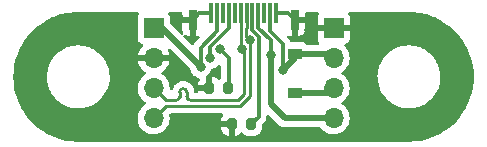
<source format=gbr>
%TF.GenerationSoftware,KiCad,Pcbnew,(6.0.0)*%
%TF.CreationDate,2022-09-18T22:54:42-04:00*%
%TF.ProjectId,SergioPico_USB,53657267-696f-4506-9963-6f5f5553422e,1*%
%TF.SameCoordinates,Original*%
%TF.FileFunction,Copper,L1,Top*%
%TF.FilePolarity,Positive*%
%FSLAX46Y46*%
G04 Gerber Fmt 4.6, Leading zero omitted, Abs format (unit mm)*
G04 Created by KiCad (PCBNEW (6.0.0)) date 2022-09-18 22:54:42*
%MOMM*%
%LPD*%
G01*
G04 APERTURE LIST*
G04 Aperture macros list*
%AMRoundRect*
0 Rectangle with rounded corners*
0 $1 Rounding radius*
0 $2 $3 $4 $5 $6 $7 $8 $9 X,Y pos of 4 corners*
0 Add a 4 corners polygon primitive as box body*
4,1,4,$2,$3,$4,$5,$6,$7,$8,$9,$2,$3,0*
0 Add four circle primitives for the rounded corners*
1,1,$1+$1,$2,$3*
1,1,$1+$1,$4,$5*
1,1,$1+$1,$6,$7*
1,1,$1+$1,$8,$9*
0 Add four rect primitives between the rounded corners*
20,1,$1+$1,$2,$3,$4,$5,0*
20,1,$1+$1,$4,$5,$6,$7,0*
20,1,$1+$1,$6,$7,$8,$9,0*
20,1,$1+$1,$8,$9,$2,$3,0*%
G04 Aperture macros list end*
%TA.AperFunction,SMDPad,CuDef*%
%ADD10RoundRect,0.200000X-0.200000X-0.275000X0.200000X-0.275000X0.200000X0.275000X-0.200000X0.275000X0*%
%TD*%
%TA.AperFunction,ComponentPad*%
%ADD11R,1.700000X1.700000*%
%TD*%
%TA.AperFunction,ComponentPad*%
%ADD12O,1.700000X1.700000*%
%TD*%
%TA.AperFunction,SMDPad,CuDef*%
%ADD13R,0.300000X1.700000*%
%TD*%
%TA.AperFunction,SMDPad,CuDef*%
%ADD14R,0.700000X1.700000*%
%TD*%
%TA.AperFunction,SMDPad,CuDef*%
%ADD15R,1.200000X0.900000*%
%TD*%
%TA.AperFunction,SMDPad,CuDef*%
%ADD16RoundRect,0.200000X0.200000X0.275000X-0.200000X0.275000X-0.200000X-0.275000X0.200000X-0.275000X0*%
%TD*%
%TA.AperFunction,ViaPad*%
%ADD17C,0.800000*%
%TD*%
%TA.AperFunction,Conductor*%
%ADD18C,0.500000*%
%TD*%
%TA.AperFunction,Conductor*%
%ADD19C,0.300000*%
%TD*%
%TA.AperFunction,Conductor*%
%ADD20C,0.261112*%
%TD*%
G04 APERTURE END LIST*
D10*
%TO.P,R2,1*%
%TO.N,GND*%
X124056902Y-113026162D03*
%TO.P,R2,2*%
%TO.N,Net-(J1-PadB5)*%
X125706902Y-113026162D03*
%TD*%
D11*
%TO.P,J3,1,Pin_1*%
%TO.N,GND*%
X134620000Y-107950000D03*
D12*
%TO.P,J3,2,Pin_2*%
%TO.N,+3V3*%
X134620000Y-110490000D03*
%TO.P,J3,3,Pin_3*%
%TO.N,VSYS*%
X134620000Y-113030000D03*
%TO.P,J3,4,Pin_4*%
%TO.N,VBUS*%
X134620000Y-115570000D03*
%TD*%
D13*
%TO.P,J1,A1,GND*%
%TO.N,GND*%
X129750000Y-106680000D03*
%TO.P,J1,A2,TX1+*%
%TO.N,+3V3*%
X129250000Y-106680000D03*
%TO.P,J1,A3,TX1-*%
%TO.N,unconnected-(J1-PadA3)*%
X128750000Y-106680000D03*
%TO.P,J1,A4,VBUS*%
%TO.N,VBUS*%
X128250000Y-106680000D03*
%TO.P,J1,A5,CC1*%
%TO.N,Net-(J1-PadA5)*%
X127750000Y-106680000D03*
%TO.P,J1,A6,D+*%
%TO.N,D+*%
X127250000Y-106680000D03*
%TO.P,J1,A7,D-*%
%TO.N,D-*%
X126750000Y-106680000D03*
%TO.P,J1,A8,SBU1*%
%TO.N,unconnected-(J1-PadA8)*%
X126250000Y-106680000D03*
%TO.P,J1,A9,VBUS*%
%TO.N,VBUS*%
X125750000Y-106680000D03*
%TO.P,J1,A10,RX2-*%
%TO.N,unconnected-(J1-PadA10)*%
X125250000Y-106680000D03*
%TO.P,J1,A11,RX2+*%
%TO.N,DATA*%
X124750000Y-106680000D03*
%TO.P,J1,A12,GND*%
%TO.N,GND*%
X124250000Y-106680000D03*
D14*
%TO.P,J1,S1,SHIELD*%
X122680000Y-107230000D03*
X131320000Y-107230000D03*
%TD*%
D15*
%TO.P,D1,1,K*%
%TO.N,VSYS*%
X131318000Y-113410000D03*
%TO.P,D1,2,A*%
%TO.N,+3V3*%
X131318000Y-110110000D03*
%TD*%
D16*
%TO.P,R1,1*%
%TO.N,Net-(J1-PadA5)*%
X127650000Y-116080000D03*
%TO.P,R1,2*%
%TO.N,GND*%
X126000000Y-116080000D03*
%TD*%
D11*
%TO.P,J2,1,Pin_1*%
%TO.N,DATA*%
X119380000Y-107950000D03*
D12*
%TO.P,J2,2,Pin_2*%
%TO.N,GND*%
X119380000Y-110490000D03*
%TO.P,J2,3,Pin_3*%
%TO.N,D-*%
X119380000Y-113030000D03*
%TO.P,J2,4,Pin_4*%
%TO.N,D+*%
X119380000Y-115570000D03*
%TD*%
D17*
%TO.N,+3V3*%
X130302000Y-111506000D03*
%TO.N,GND*%
X121500000Y-107080000D03*
X115000000Y-117080000D03*
X132500000Y-107080000D03*
X139000000Y-117080000D03*
X138000000Y-117080000D03*
X132500000Y-108080000D03*
X138000000Y-108080000D03*
X116000000Y-108080000D03*
X116000000Y-117080000D03*
X116000000Y-107080000D03*
X138000000Y-107080000D03*
%TO.N,VBUS*%
X129286000Y-110236000D03*
X124141999Y-110502500D03*
%TO.N,D+*%
X127508000Y-108966000D03*
%TO.N,D-*%
X126833014Y-109703156D03*
%TO.N,DATA*%
X123352593Y-111252011D03*
%TO.N,Net-(J1-PadB5)*%
X125000000Y-109740500D03*
%TD*%
D18*
%TO.N,VSYS*%
X134240000Y-113410000D02*
X134620000Y-113030000D01*
X131318000Y-113410000D02*
X134240000Y-113410000D01*
%TO.N,+3V3*%
X131318000Y-110110000D02*
X134240000Y-110110000D01*
D19*
X130302000Y-109287174D02*
X130302000Y-111506000D01*
X129250000Y-106680000D02*
X129250000Y-108235174D01*
D18*
X134240000Y-110110000D02*
X134620000Y-110490000D01*
X131318000Y-110110000D02*
X131318000Y-110490000D01*
X131318000Y-110490000D02*
X130302000Y-111506000D01*
D19*
X129250000Y-108235174D02*
X130302000Y-109287174D01*
%TO.N,GND*%
X123230000Y-106680000D02*
X122680000Y-107230000D01*
X129750000Y-106680000D02*
X130770000Y-106680000D01*
X130770000Y-106680000D02*
X131320000Y-107230000D01*
X124250000Y-106680000D02*
X123230000Y-106680000D01*
D18*
%TO.N,VBUS*%
X130490000Y-115570000D02*
X129286000Y-114366000D01*
D19*
X129286000Y-110236000D02*
X129286000Y-108977602D01*
X128250000Y-107941602D02*
X128250000Y-106680000D01*
X124141999Y-110502500D02*
X124141999Y-109538001D01*
X129286000Y-108977602D02*
X128250000Y-107941602D01*
D18*
X129286000Y-114366000D02*
X129286000Y-110236000D01*
D19*
X124141999Y-109538001D02*
X125750000Y-107930000D01*
D18*
X134620000Y-115570000D02*
X130490000Y-115570000D01*
D19*
X125750000Y-107930000D02*
X125750000Y-106680000D01*
%TO.N,Net-(J1-PadA5)*%
X127750000Y-106680000D02*
X127750000Y-108148030D01*
X127750000Y-108148030D02*
X128270000Y-108668030D01*
X128270000Y-115460000D02*
X127650000Y-116080000D01*
X128270000Y-108668030D02*
X128270000Y-115460000D01*
D20*
%TO.N,D+*%
X127563081Y-109400751D02*
X127563081Y-110005561D01*
X127508000Y-110060642D02*
X127508000Y-113709780D01*
X127508000Y-108966000D02*
X127508000Y-109345670D01*
X127563081Y-110005561D02*
X127508000Y-110060642D01*
X126685623Y-114532157D02*
X120417843Y-114532157D01*
X127232156Y-107972845D02*
X127232156Y-108690156D01*
X127250000Y-107955001D02*
X127232156Y-107972845D01*
X127508000Y-113709780D02*
X126685623Y-114532157D01*
X120417843Y-114532157D02*
X119380000Y-115570000D01*
X127232156Y-108690156D02*
X127508000Y-108966000D01*
X127250000Y-106680000D02*
X127250000Y-107955001D01*
X127508000Y-109345670D02*
X127563081Y-109400751D01*
%TO.N,D-*%
X127043688Y-109913830D02*
X126833014Y-109703156D01*
X126767844Y-107972845D02*
X126767844Y-109637986D01*
X123724652Y-114067843D02*
X126493297Y-114067843D01*
X121587843Y-113767843D02*
X121587843Y-113377908D01*
X119380000Y-113030000D02*
X120417843Y-114067843D01*
X127043688Y-113517452D02*
X127043688Y-109913830D01*
X120417843Y-114067843D02*
X121287843Y-114067843D01*
X126767844Y-109637986D02*
X126833014Y-109703156D01*
X122487843Y-114067843D02*
X123724652Y-114067843D01*
X126750000Y-106680000D02*
X126750000Y-107955001D01*
X126493297Y-114067843D02*
X127043688Y-113517452D01*
X122187843Y-113377908D02*
X122187843Y-113767843D01*
X126750000Y-107955001D02*
X126767844Y-107972845D01*
X119380000Y-113188060D02*
X119380000Y-113030000D01*
X121587843Y-113767843D02*
G75*
G02*
X121287843Y-114067843I-300000J0D01*
G01*
X122187843Y-113377908D02*
G75*
G03*
X121887843Y-113077908I-300000J0D01*
G01*
X121887843Y-113077908D02*
G75*
G03*
X121587843Y-113377908I0J-300000D01*
G01*
X122487843Y-114067843D02*
G75*
G02*
X122187843Y-113767843I0J300000D01*
G01*
D18*
%TO.N,DATA*%
X123352593Y-111252011D02*
X123352593Y-111221169D01*
X120081424Y-107950000D02*
X119380000Y-107950000D01*
D19*
X123352593Y-111252011D02*
X123352593Y-109620979D01*
X124750000Y-108223572D02*
X124750000Y-106680000D01*
D18*
X123352593Y-111221169D02*
X120081424Y-107950000D01*
D19*
X123352593Y-109620979D02*
X124750000Y-108223572D01*
%TO.N,Net-(J1-PadB5)*%
X125730000Y-110470500D02*
X125730000Y-113030000D01*
X125000000Y-109740500D02*
X125730000Y-110470500D01*
%TD*%
%TA.AperFunction,Conductor*%
%TO.N,GND*%
G36*
X118094443Y-106608002D02*
G01*
X118140936Y-106661658D01*
X118151040Y-106731932D01*
X118127148Y-106789565D01*
X118079385Y-106853295D01*
X118028255Y-106989684D01*
X118021500Y-107051866D01*
X118021500Y-108848134D01*
X118028255Y-108910316D01*
X118079385Y-109046705D01*
X118166739Y-109163261D01*
X118283295Y-109250615D01*
X118291704Y-109253767D01*
X118291705Y-109253768D01*
X118400960Y-109294726D01*
X118457725Y-109337367D01*
X118482425Y-109403929D01*
X118467218Y-109473278D01*
X118447825Y-109499759D01*
X118324590Y-109628717D01*
X118318104Y-109636727D01*
X118198098Y-109812649D01*
X118193000Y-109821623D01*
X118103338Y-110014783D01*
X118099775Y-110024470D01*
X118044389Y-110224183D01*
X118045912Y-110232607D01*
X118058292Y-110236000D01*
X120698344Y-110236000D01*
X120711875Y-110232027D01*
X120713180Y-110222947D01*
X120671214Y-110055875D01*
X120667894Y-110046124D01*
X120596355Y-109881594D01*
X120587535Y-109811148D01*
X120618202Y-109747116D01*
X120678619Y-109709828D01*
X120749603Y-109711124D01*
X120801000Y-109742257D01*
X122422611Y-111363868D01*
X122456637Y-111426180D01*
X122457347Y-111430602D01*
X122458361Y-111435371D01*
X122459051Y-111441939D01*
X122518066Y-111623567D01*
X122521369Y-111629289D01*
X122521370Y-111629290D01*
X122538267Y-111658556D01*
X122613553Y-111788955D01*
X122617971Y-111793862D01*
X122617972Y-111793863D01*
X122706426Y-111892101D01*
X122741340Y-111930877D01*
X122840436Y-112002875D01*
X122882609Y-112033515D01*
X122895841Y-112043129D01*
X122901869Y-112045813D01*
X122901871Y-112045814D01*
X123050551Y-112112010D01*
X123070305Y-112120805D01*
X123177505Y-112143591D01*
X123198632Y-112148082D01*
X123261106Y-112181811D01*
X123295427Y-112243960D01*
X123290699Y-112314799D01*
X123280211Y-112336600D01*
X123210825Y-112451170D01*
X123204617Y-112464919D01*
X123157646Y-112614806D01*
X123155033Y-112627856D01*
X123149168Y-112691683D01*
X123148902Y-112697471D01*
X123148902Y-112754047D01*
X123153377Y-112769286D01*
X123154767Y-112770491D01*
X123162450Y-112772162D01*
X123784787Y-112772162D01*
X123800026Y-112767687D01*
X123801231Y-112766297D01*
X123802902Y-112758614D01*
X123802902Y-112112010D01*
X123822904Y-112043889D01*
X123854841Y-112010074D01*
X123958502Y-111934760D01*
X123958504Y-111934758D01*
X123963846Y-111930877D01*
X123998760Y-111892101D01*
X124087214Y-111793863D01*
X124087215Y-111793862D01*
X124091633Y-111788955D01*
X124166919Y-111658556D01*
X124183816Y-111629290D01*
X124183817Y-111629289D01*
X124187120Y-111623567D01*
X124235095Y-111475916D01*
X124275169Y-111417310D01*
X124328729Y-111391606D01*
X124424287Y-111371294D01*
X124430318Y-111368609D01*
X124592721Y-111296303D01*
X124592723Y-111296302D01*
X124598751Y-111293618D01*
X124753252Y-111181366D01*
X124762633Y-111170948D01*
X124818596Y-111108794D01*
X124851864Y-111071846D01*
X124912310Y-111034606D01*
X124983293Y-111035958D01*
X125042278Y-111075471D01*
X125070536Y-111140602D01*
X125071500Y-111156156D01*
X125071500Y-112132354D01*
X125051498Y-112200475D01*
X125034595Y-112221449D01*
X124970643Y-112285401D01*
X124908331Y-112319427D01*
X124837516Y-112314362D01*
X124792453Y-112285401D01*
X124702345Y-112195293D01*
X124690476Y-112185986D01*
X124556890Y-112105083D01*
X124543145Y-112098877D01*
X124393258Y-112051906D01*
X124380208Y-112049293D01*
X124325316Y-112044249D01*
X124313778Y-112047637D01*
X124312573Y-112049027D01*
X124310902Y-112056710D01*
X124310902Y-113154162D01*
X124290900Y-113222283D01*
X124237244Y-113268776D01*
X124184902Y-113280162D01*
X123167018Y-113280162D01*
X123151779Y-113284637D01*
X123150574Y-113286027D01*
X123148903Y-113293710D01*
X123148903Y-113302787D01*
X123128901Y-113370908D01*
X123075245Y-113417401D01*
X123022903Y-113428787D01*
X122950396Y-113428787D01*
X122882275Y-113408785D01*
X122835782Y-113355129D01*
X122824876Y-113313769D01*
X122816646Y-113219712D01*
X122816645Y-113219706D01*
X122816165Y-113214220D01*
X122783749Y-113093240D01*
X122775061Y-113060815D01*
X122775060Y-113060813D01*
X122773638Y-113055505D01*
X122771315Y-113050523D01*
X122706522Y-112911574D01*
X122706519Y-112911569D01*
X122704196Y-112906587D01*
X122631203Y-112802342D01*
X122613108Y-112776500D01*
X122613106Y-112776497D01*
X122609949Y-112771989D01*
X122493762Y-112655802D01*
X122487619Y-112651500D01*
X122428735Y-112610269D01*
X122359165Y-112561555D01*
X122354183Y-112559232D01*
X122354178Y-112559229D01*
X122215228Y-112494436D01*
X122215227Y-112494435D01*
X122210246Y-112492113D01*
X122204938Y-112490691D01*
X122204936Y-112490690D01*
X122056846Y-112451010D01*
X122056845Y-112451010D01*
X122051531Y-112449586D01*
X122046045Y-112449106D01*
X122046039Y-112449105D01*
X121943841Y-112440163D01*
X121937070Y-112439386D01*
X121905409Y-112434880D01*
X121905405Y-112434880D01*
X121901325Y-112434299D01*
X121894779Y-112434231D01*
X121891969Y-112434201D01*
X121891967Y-112434201D01*
X121887843Y-112434158D01*
X121883749Y-112434653D01*
X121883738Y-112434654D01*
X121856897Y-112437902D01*
X121852753Y-112438335D01*
X121724155Y-112449586D01*
X121718841Y-112451010D01*
X121718840Y-112451010D01*
X121570750Y-112490690D01*
X121570748Y-112490691D01*
X121565440Y-112492113D01*
X121560460Y-112494435D01*
X121560458Y-112494436D01*
X121421509Y-112559229D01*
X121421504Y-112559232D01*
X121416522Y-112561555D01*
X121347917Y-112609593D01*
X121288068Y-112651500D01*
X121281924Y-112655802D01*
X121165737Y-112771989D01*
X121162580Y-112776497D01*
X121162578Y-112776500D01*
X121144483Y-112802342D01*
X121071490Y-112906587D01*
X121069167Y-112911569D01*
X121069164Y-112911574D01*
X121004371Y-113050523D01*
X121002048Y-113055505D01*
X121000627Y-113060810D01*
X121000624Y-113060817D01*
X120989973Y-113100570D01*
X120953022Y-113161193D01*
X120889162Y-113192215D01*
X120818667Y-113183787D01*
X120763920Y-113138585D01*
X120742304Y-113064883D01*
X120743074Y-113033366D01*
X120743074Y-113033361D01*
X120743156Y-113030000D01*
X120724852Y-112807361D01*
X120670431Y-112590702D01*
X120581354Y-112385840D01*
X120538389Y-112319427D01*
X120462822Y-112202617D01*
X120462820Y-112202614D01*
X120460014Y-112198277D01*
X120309670Y-112033051D01*
X120305619Y-112029852D01*
X120305615Y-112029848D01*
X120138414Y-111897800D01*
X120138410Y-111897798D01*
X120134359Y-111894598D01*
X120092569Y-111871529D01*
X120042598Y-111821097D01*
X120027826Y-111751654D01*
X120052942Y-111685248D01*
X120080294Y-111658641D01*
X120255328Y-111533792D01*
X120263200Y-111527139D01*
X120414052Y-111376812D01*
X120420730Y-111368965D01*
X120545003Y-111196020D01*
X120550313Y-111187183D01*
X120644670Y-110996267D01*
X120648469Y-110986672D01*
X120710377Y-110782910D01*
X120712555Y-110772837D01*
X120713986Y-110761962D01*
X120711775Y-110747778D01*
X120698617Y-110744000D01*
X118063225Y-110744000D01*
X118049694Y-110747973D01*
X118048257Y-110757966D01*
X118078565Y-110892446D01*
X118081645Y-110902275D01*
X118161770Y-111099603D01*
X118166413Y-111108794D01*
X118277694Y-111290388D01*
X118283777Y-111298699D01*
X118423213Y-111459667D01*
X118430580Y-111466883D01*
X118594434Y-111602916D01*
X118602881Y-111608831D01*
X118671969Y-111649203D01*
X118720693Y-111700842D01*
X118733764Y-111770625D01*
X118707033Y-111836396D01*
X118666584Y-111869752D01*
X118653607Y-111876507D01*
X118649474Y-111879610D01*
X118649471Y-111879612D01*
X118576021Y-111934760D01*
X118474965Y-112010635D01*
X118430935Y-112056710D01*
X118358648Y-112132354D01*
X118320629Y-112172138D01*
X118317715Y-112176410D01*
X118317714Y-112176411D01*
X118280653Y-112230740D01*
X118194743Y-112356680D01*
X118179003Y-112390590D01*
X118115071Y-112528320D01*
X118100688Y-112559305D01*
X118040989Y-112774570D01*
X118017251Y-112996695D01*
X118017548Y-113001848D01*
X118017548Y-113001851D01*
X118023011Y-113096590D01*
X118030110Y-113219715D01*
X118031247Y-113224761D01*
X118031248Y-113224767D01*
X118044741Y-113284637D01*
X118079222Y-113437639D01*
X118163266Y-113644616D01*
X118165965Y-113649020D01*
X118276986Y-113830190D01*
X118279987Y-113835088D01*
X118426250Y-114003938D01*
X118598126Y-114146632D01*
X118635549Y-114168500D01*
X118671445Y-114189476D01*
X118720169Y-114241114D01*
X118733240Y-114310897D01*
X118706509Y-114376669D01*
X118666055Y-114410027D01*
X118653607Y-114416507D01*
X118649474Y-114419610D01*
X118649471Y-114419612D01*
X118479100Y-114547530D01*
X118474965Y-114550635D01*
X118459670Y-114566640D01*
X118367326Y-114663273D01*
X118320629Y-114712138D01*
X118317720Y-114716403D01*
X118317714Y-114716411D01*
X118278024Y-114774595D01*
X118194743Y-114896680D01*
X118179003Y-114930590D01*
X118107275Y-115085115D01*
X118100688Y-115099305D01*
X118040989Y-115314570D01*
X118017251Y-115536695D01*
X118017548Y-115541848D01*
X118017548Y-115541851D01*
X118025222Y-115674938D01*
X118030110Y-115759715D01*
X118031247Y-115764761D01*
X118031248Y-115764767D01*
X118045048Y-115826000D01*
X118079222Y-115977639D01*
X118163266Y-116184616D01*
X118179693Y-116211423D01*
X118263111Y-116347548D01*
X118279987Y-116375088D01*
X118426250Y-116543938D01*
X118598126Y-116686632D01*
X118791000Y-116799338D01*
X118999692Y-116879030D01*
X119004760Y-116880061D01*
X119004763Y-116880062D01*
X119112017Y-116901883D01*
X119218597Y-116923567D01*
X119223772Y-116923757D01*
X119223774Y-116923757D01*
X119436673Y-116931564D01*
X119436677Y-116931564D01*
X119441837Y-116931753D01*
X119446957Y-116931097D01*
X119446959Y-116931097D01*
X119658288Y-116904025D01*
X119658289Y-116904025D01*
X119663416Y-116903368D01*
X119668366Y-116901883D01*
X119872429Y-116840661D01*
X119872434Y-116840659D01*
X119877384Y-116839174D01*
X120077994Y-116740896D01*
X120259860Y-116611173D01*
X120418096Y-116453489D01*
X120450254Y-116408737D01*
X120450277Y-116408705D01*
X125092001Y-116408705D01*
X125092264Y-116414454D01*
X125098132Y-116478315D01*
X125100743Y-116491351D01*
X125147715Y-116641243D01*
X125153921Y-116654988D01*
X125234824Y-116788574D01*
X125244131Y-116800443D01*
X125354557Y-116910869D01*
X125366426Y-116920176D01*
X125500012Y-117001079D01*
X125513757Y-117007285D01*
X125663644Y-117054256D01*
X125676694Y-117056869D01*
X125731586Y-117061913D01*
X125743124Y-117058525D01*
X125744329Y-117057135D01*
X125746000Y-117049452D01*
X125746000Y-116352115D01*
X125741525Y-116336876D01*
X125740135Y-116335671D01*
X125732452Y-116334000D01*
X125110116Y-116334000D01*
X125094877Y-116338475D01*
X125093672Y-116339865D01*
X125092001Y-116347548D01*
X125092001Y-116408705D01*
X120450277Y-116408705D01*
X120545435Y-116276277D01*
X120548453Y-116272077D01*
X120558099Y-116252561D01*
X120645136Y-116076453D01*
X120645137Y-116076451D01*
X120647430Y-116071811D01*
X120679900Y-115964940D01*
X120710865Y-115863023D01*
X120710865Y-115863021D01*
X120712370Y-115858069D01*
X120741529Y-115636590D01*
X120743156Y-115570000D01*
X120724852Y-115347361D01*
X120723593Y-115342347D01*
X120719966Y-115327907D01*
X120722771Y-115256966D01*
X120763484Y-115198803D01*
X120829180Y-115171884D01*
X120842170Y-115171213D01*
X125132899Y-115171213D01*
X125201020Y-115191215D01*
X125247513Y-115244871D01*
X125257617Y-115315145D01*
X125236837Y-115363767D01*
X125238758Y-115364930D01*
X125153921Y-115505012D01*
X125147715Y-115518757D01*
X125100744Y-115668644D01*
X125098131Y-115681694D01*
X125092266Y-115745521D01*
X125092000Y-115751309D01*
X125092000Y-115807885D01*
X125096475Y-115823124D01*
X125097865Y-115824329D01*
X125105548Y-115826000D01*
X126128000Y-115826000D01*
X126196121Y-115846002D01*
X126242614Y-115899658D01*
X126254000Y-115952000D01*
X126254000Y-117044884D01*
X126258475Y-117060123D01*
X126259865Y-117061328D01*
X126264294Y-117062291D01*
X126323315Y-117056868D01*
X126336351Y-117054257D01*
X126486243Y-117007285D01*
X126499988Y-117001079D01*
X126633574Y-116920176D01*
X126645443Y-116910869D01*
X126735551Y-116820761D01*
X126797863Y-116786735D01*
X126868678Y-116791800D01*
X126913741Y-116820761D01*
X127009619Y-116916639D01*
X127156301Y-117005472D01*
X127163548Y-117007743D01*
X127163550Y-117007744D01*
X127229836Y-117028517D01*
X127319938Y-117056753D01*
X127393365Y-117063500D01*
X127396263Y-117063500D01*
X127650665Y-117063499D01*
X127906634Y-117063499D01*
X127909492Y-117063236D01*
X127909501Y-117063236D01*
X127945004Y-117059974D01*
X127980062Y-117056753D01*
X127988030Y-117054256D01*
X128136450Y-117007744D01*
X128136452Y-117007743D01*
X128143699Y-117005472D01*
X128290381Y-116916639D01*
X128411639Y-116795381D01*
X128500472Y-116648699D01*
X128511293Y-116614171D01*
X128549752Y-116491446D01*
X128551753Y-116485062D01*
X128558500Y-116411635D01*
X128558500Y-116154951D01*
X128578502Y-116086830D01*
X128595404Y-116065856D01*
X128677605Y-115983654D01*
X128686385Y-115975664D01*
X128693080Y-115971416D01*
X128741620Y-115919726D01*
X128744374Y-115916885D01*
X128764926Y-115896333D01*
X128767638Y-115892837D01*
X128775349Y-115883808D01*
X128794867Y-115863023D01*
X128806972Y-115850133D01*
X128817301Y-115831345D01*
X128828158Y-115814816D01*
X128836447Y-115804131D01*
X128836448Y-115804129D01*
X128841304Y-115797869D01*
X128859657Y-115755456D01*
X128864868Y-115744819D01*
X128887124Y-115704337D01*
X128892457Y-115683566D01*
X128898859Y-115664864D01*
X128907379Y-115645177D01*
X128914605Y-115599552D01*
X128917013Y-115587926D01*
X128926529Y-115550865D01*
X128926529Y-115550864D01*
X128928500Y-115543188D01*
X128928500Y-115521742D01*
X128930051Y-115502031D01*
X128932166Y-115488678D01*
X128933406Y-115480849D01*
X128929059Y-115434864D01*
X128928500Y-115423006D01*
X128928500Y-115385371D01*
X128948502Y-115317250D01*
X129002158Y-115270757D01*
X129072432Y-115260653D01*
X129137012Y-115290147D01*
X129143595Y-115296276D01*
X129906230Y-116058911D01*
X129918616Y-116073323D01*
X129927149Y-116084918D01*
X129927154Y-116084923D01*
X129931492Y-116090818D01*
X129937070Y-116095557D01*
X129937073Y-116095560D01*
X129971768Y-116125035D01*
X129979284Y-116131965D01*
X129984979Y-116137660D01*
X129987861Y-116139940D01*
X130007251Y-116155281D01*
X130010655Y-116158072D01*
X130060703Y-116200591D01*
X130066285Y-116205333D01*
X130072801Y-116208661D01*
X130077850Y-116212028D01*
X130082979Y-116215195D01*
X130088716Y-116219734D01*
X130154875Y-116250655D01*
X130158769Y-116252558D01*
X130223808Y-116285769D01*
X130230916Y-116287508D01*
X130236559Y-116289607D01*
X130242322Y-116291524D01*
X130248950Y-116294622D01*
X130256112Y-116296112D01*
X130256113Y-116296112D01*
X130320412Y-116309486D01*
X130324696Y-116310456D01*
X130395610Y-116327808D01*
X130401212Y-116328156D01*
X130401215Y-116328156D01*
X130406764Y-116328500D01*
X130406762Y-116328536D01*
X130410755Y-116328775D01*
X130414947Y-116329149D01*
X130422115Y-116330640D01*
X130499520Y-116328546D01*
X130502928Y-116328500D01*
X133422491Y-116328500D01*
X133490612Y-116348502D01*
X133519402Y-116375595D01*
X133519987Y-116375088D01*
X133666250Y-116543938D01*
X133838126Y-116686632D01*
X134031000Y-116799338D01*
X134239692Y-116879030D01*
X134244760Y-116880061D01*
X134244763Y-116880062D01*
X134352017Y-116901883D01*
X134458597Y-116923567D01*
X134463772Y-116923757D01*
X134463774Y-116923757D01*
X134676673Y-116931564D01*
X134676677Y-116931564D01*
X134681837Y-116931753D01*
X134686957Y-116931097D01*
X134686959Y-116931097D01*
X134898288Y-116904025D01*
X134898289Y-116904025D01*
X134903416Y-116903368D01*
X134908366Y-116901883D01*
X135112429Y-116840661D01*
X135112434Y-116840659D01*
X135117384Y-116839174D01*
X135317994Y-116740896D01*
X135499860Y-116611173D01*
X135658096Y-116453489D01*
X135690254Y-116408737D01*
X135785435Y-116276277D01*
X135788453Y-116272077D01*
X135798099Y-116252561D01*
X135885136Y-116076453D01*
X135885137Y-116076451D01*
X135887430Y-116071811D01*
X135919900Y-115964940D01*
X135950865Y-115863023D01*
X135950865Y-115863021D01*
X135952370Y-115858069D01*
X135981529Y-115636590D01*
X135983156Y-115570000D01*
X135964852Y-115347361D01*
X135910431Y-115130702D01*
X135821354Y-114925840D01*
X135743336Y-114805243D01*
X135702822Y-114742617D01*
X135702820Y-114742614D01*
X135700014Y-114738277D01*
X135549670Y-114573051D01*
X135545619Y-114569852D01*
X135545615Y-114569848D01*
X135378414Y-114437800D01*
X135378410Y-114437798D01*
X135374359Y-114434598D01*
X135333053Y-114411796D01*
X135283084Y-114361364D01*
X135268312Y-114291921D01*
X135293428Y-114225516D01*
X135320780Y-114198909D01*
X135364603Y-114167650D01*
X135499860Y-114071173D01*
X135658096Y-113913489D01*
X135670277Y-113896538D01*
X135785435Y-113736277D01*
X135788453Y-113732077D01*
X135829729Y-113648562D01*
X135885136Y-113536453D01*
X135885137Y-113536451D01*
X135887430Y-113531811D01*
X135930093Y-113391390D01*
X135950865Y-113323023D01*
X135950865Y-113323021D01*
X135952370Y-113318069D01*
X135981529Y-113096590D01*
X135981904Y-113081254D01*
X135983074Y-113033365D01*
X135983074Y-113033361D01*
X135983156Y-113030000D01*
X135964852Y-112807361D01*
X135910431Y-112590702D01*
X135821354Y-112385840D01*
X135778389Y-112319427D01*
X135702822Y-112202617D01*
X135702820Y-112202614D01*
X135700014Y-112198277D01*
X135634688Y-112126485D01*
X138336854Y-112126485D01*
X138337156Y-112130320D01*
X138361108Y-112434654D01*
X138362370Y-112450695D01*
X138427206Y-112769378D01*
X138530398Y-113077784D01*
X138532052Y-113081253D01*
X138532053Y-113081254D01*
X138541266Y-113100570D01*
X138670405Y-113371316D01*
X138672467Y-113374553D01*
X138672470Y-113374558D01*
X138709827Y-113433196D01*
X138845141Y-113645597D01*
X138847584Y-113648560D01*
X138847585Y-113648562D01*
X139028558Y-113868099D01*
X139052001Y-113896538D01*
X139287902Y-114120399D01*
X139549326Y-114313843D01*
X139635500Y-114362598D01*
X139829019Y-114472086D01*
X139829023Y-114472088D01*
X139832376Y-114473985D01*
X140132832Y-114598438D01*
X140236288Y-114627129D01*
X140442500Y-114684317D01*
X140442508Y-114684319D01*
X140446216Y-114685347D01*
X140767856Y-114733416D01*
X140771154Y-114733560D01*
X140882918Y-114738440D01*
X140882922Y-114738440D01*
X140884294Y-114738500D01*
X141082598Y-114738500D01*
X141324605Y-114723698D01*
X141328388Y-114722997D01*
X141328395Y-114722996D01*
X141485365Y-114693903D01*
X141644372Y-114664433D01*
X141853682Y-114598438D01*
X141950860Y-114567798D01*
X141950863Y-114567797D01*
X141954532Y-114566640D01*
X141958029Y-114565046D01*
X141958035Y-114565044D01*
X142246954Y-114433376D01*
X142246958Y-114433374D01*
X142250462Y-114431777D01*
X142253744Y-114429766D01*
X142524473Y-114263863D01*
X142524476Y-114263861D01*
X142527751Y-114261854D01*
X142530755Y-114259464D01*
X142530760Y-114259461D01*
X142655007Y-114160630D01*
X142782264Y-114059405D01*
X142784958Y-114056664D01*
X142784962Y-114056660D01*
X143007513Y-113830190D01*
X143007517Y-113830185D01*
X143010208Y-113827447D01*
X143208185Y-113569439D01*
X143368560Y-113297176D01*
X143371289Y-113292543D01*
X143371291Y-113292540D01*
X143373242Y-113289227D01*
X143502920Y-112990988D01*
X143526444Y-112911574D01*
X143568234Y-112770491D01*
X143595285Y-112679169D01*
X143648961Y-112358417D01*
X143663146Y-112033515D01*
X143646428Y-111821097D01*
X143637932Y-111713140D01*
X143637932Y-111713137D01*
X143637630Y-111709305D01*
X143572794Y-111390622D01*
X143469602Y-111082216D01*
X143329595Y-110788684D01*
X143319565Y-110772939D01*
X143203377Y-110590561D01*
X143154859Y-110514403D01*
X143007470Y-110335606D01*
X142950442Y-110266425D01*
X142950438Y-110266420D01*
X142947999Y-110263462D01*
X142712098Y-110039601D01*
X142450674Y-109846157D01*
X142275620Y-109747116D01*
X142170981Y-109687914D01*
X142170977Y-109687912D01*
X142167624Y-109686015D01*
X142091420Y-109654450D01*
X141941139Y-109592202D01*
X141867168Y-109561562D01*
X141763712Y-109532871D01*
X141557500Y-109475683D01*
X141557492Y-109475681D01*
X141553784Y-109474653D01*
X141232144Y-109426584D01*
X141228846Y-109426440D01*
X141117082Y-109421560D01*
X141117078Y-109421560D01*
X141115706Y-109421500D01*
X140917402Y-109421500D01*
X140675395Y-109436302D01*
X140671612Y-109437003D01*
X140671605Y-109437004D01*
X140538758Y-109461626D01*
X140355628Y-109495567D01*
X140181174Y-109550572D01*
X140049140Y-109592202D01*
X140049137Y-109592203D01*
X140045468Y-109593360D01*
X140041971Y-109594954D01*
X140041965Y-109594956D01*
X139753046Y-109726624D01*
X139753042Y-109726626D01*
X139749538Y-109728223D01*
X139746259Y-109730233D01*
X139746256Y-109730234D01*
X139503922Y-109878737D01*
X139472249Y-109898146D01*
X139469245Y-109900536D01*
X139469240Y-109900539D01*
X139344992Y-109999371D01*
X139217736Y-110100595D01*
X139215042Y-110103336D01*
X139215038Y-110103340D01*
X138992487Y-110329810D01*
X138992483Y-110329815D01*
X138989792Y-110332553D01*
X138973156Y-110354234D01*
X138836012Y-110532963D01*
X138791815Y-110590561D01*
X138626758Y-110870773D01*
X138497080Y-111169012D01*
X138495986Y-111172706D01*
X138495984Y-111172711D01*
X138461320Y-111289737D01*
X138404715Y-111480831D01*
X138351039Y-111801583D01*
X138336854Y-112126485D01*
X135634688Y-112126485D01*
X135549670Y-112033051D01*
X135545619Y-112029852D01*
X135545615Y-112029848D01*
X135378414Y-111897800D01*
X135378410Y-111897798D01*
X135374359Y-111894598D01*
X135333053Y-111871796D01*
X135283084Y-111821364D01*
X135268312Y-111751921D01*
X135293428Y-111685516D01*
X135320780Y-111658909D01*
X135379139Y-111617282D01*
X135499860Y-111531173D01*
X135555311Y-111475916D01*
X135600783Y-111430602D01*
X135658096Y-111373489D01*
X135665010Y-111363868D01*
X135785435Y-111196277D01*
X135788453Y-111192077D01*
X135796376Y-111176047D01*
X135885136Y-110996453D01*
X135885137Y-110996451D01*
X135887430Y-110991811D01*
X135952370Y-110778069D01*
X135981529Y-110556590D01*
X135982106Y-110532963D01*
X135983074Y-110493365D01*
X135983074Y-110493361D01*
X135983156Y-110490000D01*
X135964852Y-110267361D01*
X135910431Y-110050702D01*
X135821354Y-109845840D01*
X135700014Y-109658277D01*
X135696540Y-109654459D01*
X135696533Y-109654450D01*
X135552435Y-109496088D01*
X135521383Y-109432242D01*
X135529779Y-109361744D01*
X135574956Y-109306976D01*
X135601400Y-109293307D01*
X135708052Y-109253325D01*
X135723649Y-109244786D01*
X135825724Y-109168285D01*
X135838285Y-109155724D01*
X135914786Y-109053649D01*
X135923324Y-109038054D01*
X135968478Y-108917606D01*
X135972105Y-108902351D01*
X135977631Y-108851486D01*
X135978000Y-108844672D01*
X135978000Y-108222115D01*
X135973525Y-108206876D01*
X135972135Y-108205671D01*
X135964452Y-108204000D01*
X133280116Y-108204000D01*
X133264877Y-108208475D01*
X133263672Y-108209865D01*
X133262001Y-108217548D01*
X133262001Y-108844669D01*
X133262371Y-108851490D01*
X133267895Y-108902352D01*
X133271521Y-108917604D01*
X133316676Y-109038054D01*
X133325211Y-109053644D01*
X133397377Y-109149935D01*
X133422224Y-109216442D01*
X133407171Y-109285824D01*
X133356996Y-109336054D01*
X133296550Y-109351500D01*
X132385329Y-109351500D01*
X132317208Y-109331498D01*
X132293668Y-109309593D01*
X132292992Y-109310269D01*
X132286642Y-109303919D01*
X132281261Y-109296739D01*
X132164705Y-109209385D01*
X132028316Y-109158255D01*
X131966134Y-109151500D01*
X131042914Y-109151500D01*
X130974793Y-109131498D01*
X130928300Y-109077842D01*
X130921917Y-109060652D01*
X130915422Y-109038297D01*
X130911145Y-109023574D01*
X130900225Y-109005109D01*
X130891534Y-108987369D01*
X130883635Y-108967418D01*
X130856482Y-108930045D01*
X130849967Y-108920126D01*
X130830493Y-108887197D01*
X130830490Y-108887193D01*
X130826453Y-108880367D01*
X130811289Y-108865203D01*
X130798448Y-108850169D01*
X130785841Y-108832817D01*
X130750247Y-108803371D01*
X130741468Y-108795382D01*
X130736894Y-108790808D01*
X130702868Y-108728496D01*
X130707933Y-108657681D01*
X130750480Y-108600845D01*
X130817000Y-108576034D01*
X130855135Y-108579130D01*
X130867649Y-108582105D01*
X130918514Y-108587631D01*
X130925328Y-108588000D01*
X131047885Y-108588000D01*
X131063124Y-108583525D01*
X131064329Y-108582135D01*
X131066000Y-108574452D01*
X131066000Y-108569884D01*
X131574000Y-108569884D01*
X131578475Y-108585123D01*
X131579865Y-108586328D01*
X131587548Y-108587999D01*
X131714669Y-108587999D01*
X131721490Y-108587629D01*
X131772352Y-108582105D01*
X131787604Y-108578479D01*
X131908054Y-108533324D01*
X131923649Y-108524786D01*
X132025724Y-108448285D01*
X132038285Y-108435724D01*
X132114786Y-108333649D01*
X132123324Y-108318054D01*
X132168478Y-108197606D01*
X132172105Y-108182351D01*
X132177631Y-108131486D01*
X132178000Y-108124672D01*
X132178000Y-107502115D01*
X132173525Y-107486876D01*
X132172135Y-107485671D01*
X132164452Y-107484000D01*
X131592115Y-107484000D01*
X131576876Y-107488475D01*
X131575671Y-107489865D01*
X131574000Y-107497548D01*
X131574000Y-108569884D01*
X131066000Y-108569884D01*
X131066000Y-107102000D01*
X131086002Y-107033879D01*
X131139658Y-106987386D01*
X131192000Y-106976000D01*
X132159884Y-106976000D01*
X132175123Y-106971525D01*
X132176328Y-106970135D01*
X132177999Y-106962452D01*
X132177999Y-106714000D01*
X132198001Y-106645879D01*
X132251657Y-106599386D01*
X132303999Y-106588000D01*
X133266947Y-106588000D01*
X133335068Y-106608002D01*
X133381561Y-106661658D01*
X133391665Y-106731932D01*
X133367773Y-106789565D01*
X133325214Y-106846351D01*
X133316676Y-106861946D01*
X133271522Y-106982394D01*
X133267895Y-106997649D01*
X133262369Y-107048514D01*
X133262000Y-107055328D01*
X133262000Y-107677885D01*
X133266475Y-107693124D01*
X133267865Y-107694329D01*
X133275548Y-107696000D01*
X135959884Y-107696000D01*
X135975123Y-107691525D01*
X135976328Y-107690135D01*
X135977999Y-107682452D01*
X135977999Y-107055331D01*
X135977629Y-107048510D01*
X135972105Y-106997648D01*
X135968479Y-106982396D01*
X135923324Y-106861946D01*
X135914786Y-106846351D01*
X135872227Y-106789565D01*
X135847379Y-106723058D01*
X135862432Y-106653676D01*
X135912606Y-106603446D01*
X135973053Y-106588000D01*
X140950672Y-106588000D01*
X140970057Y-106589500D01*
X140984858Y-106591805D01*
X140984861Y-106591805D01*
X140993730Y-106593186D01*
X141014639Y-106590452D01*
X141036176Y-106589496D01*
X141225093Y-106597310D01*
X141448320Y-106606543D01*
X141458698Y-106607403D01*
X141734778Y-106641816D01*
X141898784Y-106662260D01*
X141909049Y-106663972D01*
X142024700Y-106688222D01*
X142343101Y-106754984D01*
X142353196Y-106757540D01*
X142460767Y-106789565D01*
X142778259Y-106884086D01*
X142788099Y-106887465D01*
X143201263Y-107048682D01*
X143210794Y-107052862D01*
X143215838Y-107055328D01*
X143609215Y-107247638D01*
X143618374Y-107252594D01*
X143999364Y-107479616D01*
X144008081Y-107485312D01*
X144369011Y-107743010D01*
X144377230Y-107749406D01*
X144715664Y-108036045D01*
X144723325Y-108043099D01*
X145036901Y-108356675D01*
X145043955Y-108364336D01*
X145330594Y-108702770D01*
X145336990Y-108710989D01*
X145594688Y-109071919D01*
X145600384Y-109080636D01*
X145761785Y-109351500D01*
X145806440Y-109426440D01*
X145827406Y-109461626D01*
X145832360Y-109470782D01*
X146014942Y-109844258D01*
X146027135Y-109869200D01*
X146031318Y-109878737D01*
X146192535Y-110291901D01*
X146195914Y-110301741D01*
X146250962Y-110486646D01*
X146322460Y-110726804D01*
X146325016Y-110736899D01*
X146416027Y-111170948D01*
X146417741Y-111181220D01*
X146472597Y-111621302D01*
X146473457Y-111631680D01*
X146478839Y-111761797D01*
X146490671Y-112047852D01*
X146491785Y-112074793D01*
X146491785Y-112085198D01*
X146487108Y-112198277D01*
X146473457Y-112528320D01*
X146472597Y-112538698D01*
X146417741Y-112978780D01*
X146416027Y-112989052D01*
X146325016Y-113423101D01*
X146322460Y-113433196D01*
X146294576Y-113526857D01*
X146201651Y-113838990D01*
X146195917Y-113858249D01*
X146192535Y-113868099D01*
X146031318Y-114281263D01*
X146027138Y-114290794D01*
X145845044Y-114663273D01*
X145832362Y-114689215D01*
X145827407Y-114698371D01*
X145805905Y-114734457D01*
X145600384Y-115079364D01*
X145594688Y-115088081D01*
X145336990Y-115449011D01*
X145330594Y-115457230D01*
X145043955Y-115795664D01*
X145036901Y-115803325D01*
X144723325Y-116116901D01*
X144715664Y-116123955D01*
X144377230Y-116410594D01*
X144369011Y-116416990D01*
X144008081Y-116674688D01*
X143999364Y-116680384D01*
X143730386Y-116840661D01*
X143625151Y-116903368D01*
X143618374Y-116907406D01*
X143609218Y-116912360D01*
X143210794Y-117107138D01*
X143201263Y-117111318D01*
X142788099Y-117272535D01*
X142778259Y-117275914D01*
X142559978Y-117340899D01*
X142353196Y-117402460D01*
X142343101Y-117405016D01*
X142024700Y-117471778D01*
X141909049Y-117496028D01*
X141898784Y-117497740D01*
X141734778Y-117518184D01*
X141458698Y-117552597D01*
X141448320Y-117553457D01*
X141043639Y-117570195D01*
X141019049Y-117568803D01*
X141015147Y-117568196D01*
X141015145Y-117568196D01*
X141006270Y-117566814D01*
X140997368Y-117567978D01*
X140997365Y-117567978D01*
X140974749Y-117570936D01*
X140958411Y-117572000D01*
X113049328Y-117572000D01*
X113029943Y-117570500D01*
X113015142Y-117568195D01*
X113015139Y-117568195D01*
X113006270Y-117566814D01*
X112985361Y-117569548D01*
X112963824Y-117570504D01*
X112774907Y-117562690D01*
X112551680Y-117553457D01*
X112541302Y-117552597D01*
X112265222Y-117518184D01*
X112101216Y-117497740D01*
X112090951Y-117496028D01*
X111975300Y-117471778D01*
X111656899Y-117405016D01*
X111646804Y-117402460D01*
X111440022Y-117340899D01*
X111221741Y-117275914D01*
X111211901Y-117272535D01*
X110798737Y-117111318D01*
X110789206Y-117107138D01*
X110390782Y-116912360D01*
X110381626Y-116907406D01*
X110374850Y-116903368D01*
X110269614Y-116840661D01*
X110000636Y-116680384D01*
X109991919Y-116674688D01*
X109630989Y-116416990D01*
X109622770Y-116410594D01*
X109284336Y-116123955D01*
X109276675Y-116116901D01*
X108963099Y-115803325D01*
X108956045Y-115795664D01*
X108669406Y-115457230D01*
X108663010Y-115449011D01*
X108405312Y-115088081D01*
X108399616Y-115079364D01*
X108194095Y-114734457D01*
X108172593Y-114698371D01*
X108167638Y-114689215D01*
X108154956Y-114663273D01*
X107972862Y-114290794D01*
X107968682Y-114281263D01*
X107807465Y-113868099D01*
X107804083Y-113858249D01*
X107798350Y-113838990D01*
X107705424Y-113526857D01*
X107677540Y-113433196D01*
X107674984Y-113423101D01*
X107583973Y-112989052D01*
X107582259Y-112978780D01*
X107527403Y-112538698D01*
X107526543Y-112528320D01*
X107512892Y-112198277D01*
X107509923Y-112126485D01*
X110336854Y-112126485D01*
X110337156Y-112130320D01*
X110361108Y-112434654D01*
X110362370Y-112450695D01*
X110427206Y-112769378D01*
X110530398Y-113077784D01*
X110532052Y-113081253D01*
X110532053Y-113081254D01*
X110541266Y-113100570D01*
X110670405Y-113371316D01*
X110672467Y-113374553D01*
X110672470Y-113374558D01*
X110709827Y-113433196D01*
X110845141Y-113645597D01*
X110847584Y-113648560D01*
X110847585Y-113648562D01*
X111028558Y-113868099D01*
X111052001Y-113896538D01*
X111287902Y-114120399D01*
X111549326Y-114313843D01*
X111635500Y-114362598D01*
X111829019Y-114472086D01*
X111829023Y-114472088D01*
X111832376Y-114473985D01*
X112132832Y-114598438D01*
X112236288Y-114627129D01*
X112442500Y-114684317D01*
X112442508Y-114684319D01*
X112446216Y-114685347D01*
X112767856Y-114733416D01*
X112771154Y-114733560D01*
X112882918Y-114738440D01*
X112882922Y-114738440D01*
X112884294Y-114738500D01*
X113082598Y-114738500D01*
X113324605Y-114723698D01*
X113328388Y-114722997D01*
X113328395Y-114722996D01*
X113485365Y-114693903D01*
X113644372Y-114664433D01*
X113853682Y-114598438D01*
X113950860Y-114567798D01*
X113950863Y-114567797D01*
X113954532Y-114566640D01*
X113958029Y-114565046D01*
X113958035Y-114565044D01*
X114246954Y-114433376D01*
X114246958Y-114433374D01*
X114250462Y-114431777D01*
X114253744Y-114429766D01*
X114524473Y-114263863D01*
X114524476Y-114263861D01*
X114527751Y-114261854D01*
X114530755Y-114259464D01*
X114530760Y-114259461D01*
X114655007Y-114160630D01*
X114782264Y-114059405D01*
X114784958Y-114056664D01*
X114784962Y-114056660D01*
X115007513Y-113830190D01*
X115007517Y-113830185D01*
X115010208Y-113827447D01*
X115208185Y-113569439D01*
X115368560Y-113297176D01*
X115371289Y-113292543D01*
X115371291Y-113292540D01*
X115373242Y-113289227D01*
X115502920Y-112990988D01*
X115526444Y-112911574D01*
X115568234Y-112770491D01*
X115595285Y-112679169D01*
X115648961Y-112358417D01*
X115663146Y-112033515D01*
X115646428Y-111821097D01*
X115637932Y-111713140D01*
X115637932Y-111713137D01*
X115637630Y-111709305D01*
X115572794Y-111390622D01*
X115469602Y-111082216D01*
X115329595Y-110788684D01*
X115319565Y-110772939D01*
X115203377Y-110590561D01*
X115154859Y-110514403D01*
X115007470Y-110335606D01*
X114950442Y-110266425D01*
X114950438Y-110266420D01*
X114947999Y-110263462D01*
X114712098Y-110039601D01*
X114450674Y-109846157D01*
X114275620Y-109747116D01*
X114170981Y-109687914D01*
X114170977Y-109687912D01*
X114167624Y-109686015D01*
X114091420Y-109654450D01*
X113941139Y-109592202D01*
X113867168Y-109561562D01*
X113763712Y-109532871D01*
X113557500Y-109475683D01*
X113557492Y-109475681D01*
X113553784Y-109474653D01*
X113232144Y-109426584D01*
X113228846Y-109426440D01*
X113117082Y-109421560D01*
X113117078Y-109421560D01*
X113115706Y-109421500D01*
X112917402Y-109421500D01*
X112675395Y-109436302D01*
X112671612Y-109437003D01*
X112671605Y-109437004D01*
X112538758Y-109461626D01*
X112355628Y-109495567D01*
X112181174Y-109550572D01*
X112049140Y-109592202D01*
X112049137Y-109592203D01*
X112045468Y-109593360D01*
X112041971Y-109594954D01*
X112041965Y-109594956D01*
X111753046Y-109726624D01*
X111753042Y-109726626D01*
X111749538Y-109728223D01*
X111746259Y-109730233D01*
X111746256Y-109730234D01*
X111503922Y-109878737D01*
X111472249Y-109898146D01*
X111469245Y-109900536D01*
X111469240Y-109900539D01*
X111344992Y-109999371D01*
X111217736Y-110100595D01*
X111215042Y-110103336D01*
X111215038Y-110103340D01*
X110992487Y-110329810D01*
X110992483Y-110329815D01*
X110989792Y-110332553D01*
X110973156Y-110354234D01*
X110836012Y-110532963D01*
X110791815Y-110590561D01*
X110626758Y-110870773D01*
X110497080Y-111169012D01*
X110495986Y-111172706D01*
X110495984Y-111172711D01*
X110461320Y-111289737D01*
X110404715Y-111480831D01*
X110351039Y-111801583D01*
X110336854Y-112126485D01*
X107509923Y-112126485D01*
X107508215Y-112085198D01*
X107508215Y-112074793D01*
X107509330Y-112047852D01*
X107521161Y-111761797D01*
X107526543Y-111631680D01*
X107527403Y-111621302D01*
X107582259Y-111181220D01*
X107583973Y-111170948D01*
X107674984Y-110736899D01*
X107677540Y-110726804D01*
X107749038Y-110486646D01*
X107804086Y-110301741D01*
X107807465Y-110291901D01*
X107968682Y-109878737D01*
X107972865Y-109869200D01*
X107985059Y-109844258D01*
X108167640Y-109470782D01*
X108172594Y-109461626D01*
X108193561Y-109426440D01*
X108238215Y-109351500D01*
X108399616Y-109080636D01*
X108405312Y-109071919D01*
X108663010Y-108710989D01*
X108669406Y-108702770D01*
X108956045Y-108364336D01*
X108963099Y-108356675D01*
X109276675Y-108043099D01*
X109284336Y-108036045D01*
X109622770Y-107749406D01*
X109630989Y-107743010D01*
X109991919Y-107485312D01*
X110000636Y-107479616D01*
X110381626Y-107252594D01*
X110390785Y-107247638D01*
X110784162Y-107055328D01*
X110789206Y-107052862D01*
X110798737Y-107048682D01*
X111211901Y-106887465D01*
X111221741Y-106884086D01*
X111539233Y-106789565D01*
X111646804Y-106757540D01*
X111656899Y-106754984D01*
X111975300Y-106688222D01*
X112090951Y-106663972D01*
X112101216Y-106662260D01*
X112265222Y-106641816D01*
X112541302Y-106607403D01*
X112551680Y-106606543D01*
X112956361Y-106589805D01*
X112980951Y-106591197D01*
X112984853Y-106591804D01*
X112984855Y-106591804D01*
X112993730Y-106593186D01*
X113002632Y-106592022D01*
X113002635Y-106592022D01*
X113025251Y-106589064D01*
X113041589Y-106588000D01*
X118026322Y-106588000D01*
X118094443Y-106608002D01*
G37*
%TD.AperFunction*%
%TA.AperFunction,Conductor*%
G36*
X121764121Y-106608002D02*
G01*
X121810614Y-106661658D01*
X121822000Y-106714000D01*
X121822000Y-106957885D01*
X121826475Y-106973124D01*
X121827865Y-106974329D01*
X121835548Y-106976000D01*
X122808000Y-106976000D01*
X122876121Y-106996002D01*
X122922614Y-107049658D01*
X122934000Y-107102000D01*
X122934000Y-108569884D01*
X122938475Y-108585123D01*
X122939865Y-108586328D01*
X122947548Y-108587999D01*
X123074669Y-108587999D01*
X123081490Y-108587629D01*
X123140207Y-108581252D01*
X123140431Y-108583312D01*
X123200541Y-108586449D01*
X123258186Y-108627893D01*
X123284274Y-108693923D01*
X123270521Y-108763575D01*
X123247886Y-108794426D01*
X122944988Y-109097324D01*
X122936208Y-109105314D01*
X122936206Y-109105316D01*
X122929513Y-109109563D01*
X122924087Y-109115341D01*
X122924086Y-109115342D01*
X122880989Y-109161236D01*
X122878234Y-109164078D01*
X122857666Y-109184646D01*
X122854949Y-109188149D01*
X122847241Y-109197174D01*
X122815621Y-109230846D01*
X122811800Y-109237797D01*
X122811799Y-109237798D01*
X122805290Y-109249637D01*
X122794436Y-109266161D01*
X122786611Y-109276250D01*
X122781289Y-109283111D01*
X122778142Y-109290383D01*
X122778141Y-109290385D01*
X122766100Y-109318209D01*
X122720689Y-109372783D01*
X122652981Y-109394143D01*
X122584474Y-109375506D01*
X122561368Y-109357263D01*
X121930635Y-108726530D01*
X121896609Y-108664218D01*
X121901674Y-108593403D01*
X121944221Y-108536567D01*
X122010741Y-108511756D01*
X122080240Y-108526915D01*
X122091946Y-108533324D01*
X122212394Y-108578478D01*
X122227649Y-108582105D01*
X122278514Y-108587631D01*
X122285328Y-108588000D01*
X122407885Y-108588000D01*
X122423124Y-108583525D01*
X122424329Y-108582135D01*
X122426000Y-108574452D01*
X122426000Y-107502115D01*
X122421525Y-107486876D01*
X122420135Y-107485671D01*
X122412452Y-107484000D01*
X121840116Y-107484000D01*
X121824877Y-107488475D01*
X121823672Y-107489865D01*
X121822001Y-107497548D01*
X121822001Y-108124669D01*
X121822371Y-108131490D01*
X121827895Y-108182352D01*
X121831521Y-108197604D01*
X121876676Y-108318054D01*
X121883085Y-108329760D01*
X121898254Y-108399117D01*
X121873518Y-108465665D01*
X121816730Y-108508276D01*
X121745920Y-108513421D01*
X121683470Y-108479365D01*
X120775405Y-107571300D01*
X120741379Y-107508988D01*
X120738500Y-107482205D01*
X120738500Y-107051866D01*
X120731745Y-106989684D01*
X120680615Y-106853295D01*
X120632852Y-106789565D01*
X120608004Y-106723059D01*
X120623057Y-106653676D01*
X120673231Y-106603446D01*
X120733678Y-106588000D01*
X121696000Y-106588000D01*
X121764121Y-106608002D01*
G37*
%TD.AperFunction*%
%TD*%
M02*

</source>
